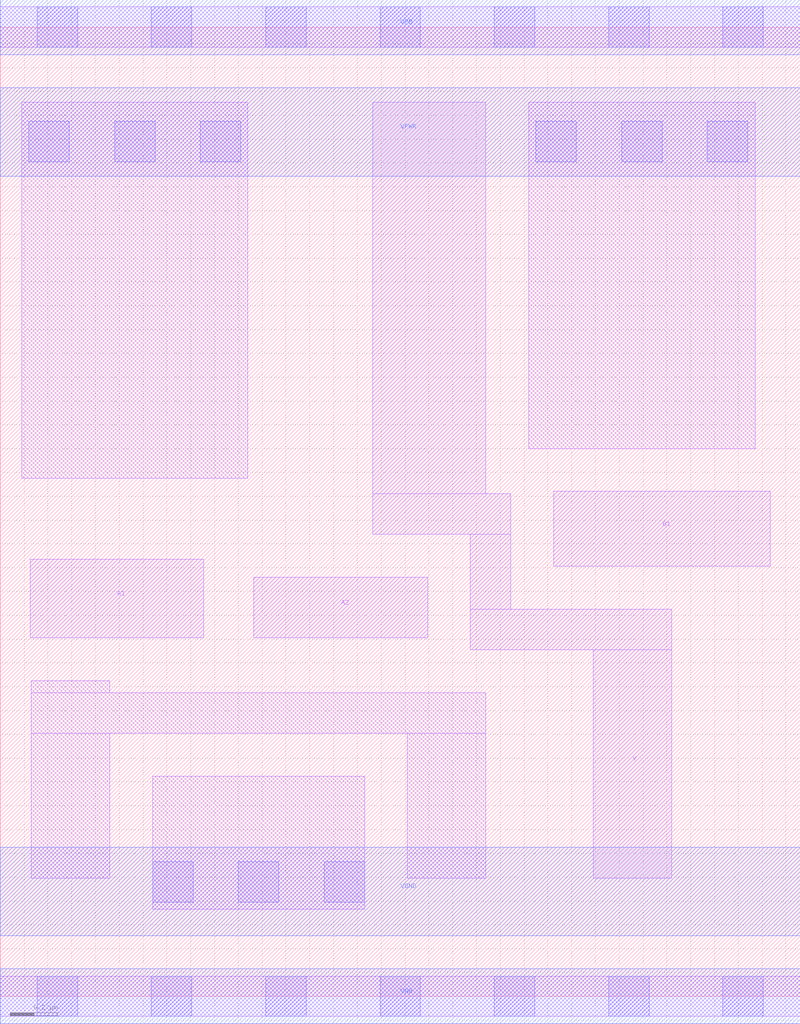
<source format=lef>
# Copyright 2020 The SkyWater PDK Authors
#
# Licensed under the Apache License, Version 2.0 (the "License");
# you may not use this file except in compliance with the License.
# You may obtain a copy of the License at
#
#     https://www.apache.org/licenses/LICENSE-2.0
#
# Unless required by applicable law or agreed to in writing, software
# distributed under the License is distributed on an "AS IS" BASIS,
# WITHOUT WARRANTIES OR CONDITIONS OF ANY KIND, either express or implied.
# See the License for the specific language governing permissions and
# limitations under the License.
#
# SPDX-License-Identifier: Apache-2.0

VERSION 5.5 ;
NAMESCASESENSITIVE ON ;
BUSBITCHARS "[]" ;
DIVIDERCHAR "/" ;
MACRO sky130_fd_sc_hvl__o21ai_1
  CLASS CORE ;
  SOURCE USER ;
  ORIGIN  0.000000  0.000000 ;
  SIZE  3.360000 BY  4.070000 ;
  SYMMETRY X Y ;
  SITE unithv ;
  PIN A1
    ANTENNAGATEAREA  1.125000 ;
    DIRECTION INPUT ;
    USE SIGNAL ;
    PORT
      LAYER li1 ;
        RECT 0.125000 1.505000 0.855000 1.835000 ;
    END
  END A1
  PIN A2
    ANTENNAGATEAREA  1.125000 ;
    DIRECTION INPUT ;
    USE SIGNAL ;
    PORT
      LAYER li1 ;
        RECT 1.065000 1.505000 1.795000 1.760000 ;
    END
  END A2
  PIN B1
    ANTENNAGATEAREA  1.125000 ;
    DIRECTION INPUT ;
    USE SIGNAL ;
    PORT
      LAYER li1 ;
        RECT 2.325000 1.805000 3.235000 2.120000 ;
    END
  END B1
  PIN Y
    ANTENNADIFFAREA  0.633750 ;
    DIRECTION OUTPUT ;
    USE SIGNAL ;
    PORT
      LAYER li1 ;
        RECT 1.565000 1.940000 2.145000 2.110000 ;
        RECT 1.565000 2.110000 2.040000 3.755000 ;
        RECT 1.975000 1.455000 2.820000 1.625000 ;
        RECT 1.975000 1.625000 2.145000 1.940000 ;
        RECT 2.490000 0.495000 2.820000 1.455000 ;
    END
  END Y
  PIN VGND
    DIRECTION INOUT ;
    USE GROUND ;
    PORT
      LAYER met1 ;
        RECT 0.000000 0.255000 3.360000 0.625000 ;
    END
  END VGND
  PIN VNB
    DIRECTION INOUT ;
    USE GROUND ;
    PORT
      LAYER met1 ;
        RECT 0.000000 -0.115000 3.360000 0.115000 ;
    END
  END VNB
  PIN VPB
    DIRECTION INOUT ;
    USE POWER ;
    PORT
      LAYER met1 ;
        RECT 0.000000 3.955000 3.360000 4.185000 ;
    END
  END VPB
  PIN VPWR
    DIRECTION INOUT ;
    USE POWER ;
    PORT
      LAYER met1 ;
        RECT 0.000000 3.445000 3.360000 3.815000 ;
    END
  END VPWR
  OBS
    LAYER li1 ;
      RECT 0.000000 -0.085000 3.360000 0.085000 ;
      RECT 0.000000  3.985000 3.360000 4.155000 ;
      RECT 0.090000  2.175000 1.040000 3.755000 ;
      RECT 0.130000  0.495000 0.460000 1.105000 ;
      RECT 0.130000  1.105000 2.040000 1.275000 ;
      RECT 0.130000  1.275000 0.460000 1.325000 ;
      RECT 0.640000  0.365000 1.530000 0.925000 ;
      RECT 1.710000  0.495000 2.040000 1.105000 ;
      RECT 2.220000  2.300000 3.170000 3.755000 ;
    LAYER mcon ;
      RECT 0.120000  3.505000 0.290000 3.675000 ;
      RECT 0.155000 -0.085000 0.325000 0.085000 ;
      RECT 0.155000 -0.085000 0.325000 0.085000 ;
      RECT 0.155000  3.985000 0.325000 4.155000 ;
      RECT 0.155000  3.985000 0.325000 4.155000 ;
      RECT 0.480000  3.505000 0.650000 3.675000 ;
      RECT 0.635000 -0.085000 0.805000 0.085000 ;
      RECT 0.635000 -0.085000 0.805000 0.085000 ;
      RECT 0.635000  3.985000 0.805000 4.155000 ;
      RECT 0.635000  3.985000 0.805000 4.155000 ;
      RECT 0.640000  0.395000 0.810000 0.565000 ;
      RECT 0.840000  3.505000 1.010000 3.675000 ;
      RECT 1.000000  0.395000 1.170000 0.565000 ;
      RECT 1.115000 -0.085000 1.285000 0.085000 ;
      RECT 1.115000 -0.085000 1.285000 0.085000 ;
      RECT 1.115000  3.985000 1.285000 4.155000 ;
      RECT 1.115000  3.985000 1.285000 4.155000 ;
      RECT 1.360000  0.395000 1.530000 0.565000 ;
      RECT 1.595000 -0.085000 1.765000 0.085000 ;
      RECT 1.595000 -0.085000 1.765000 0.085000 ;
      RECT 1.595000  3.985000 1.765000 4.155000 ;
      RECT 1.595000  3.985000 1.765000 4.155000 ;
      RECT 2.075000 -0.085000 2.245000 0.085000 ;
      RECT 2.075000 -0.085000 2.245000 0.085000 ;
      RECT 2.075000  3.985000 2.245000 4.155000 ;
      RECT 2.075000  3.985000 2.245000 4.155000 ;
      RECT 2.250000  3.505000 2.420000 3.675000 ;
      RECT 2.555000 -0.085000 2.725000 0.085000 ;
      RECT 2.555000 -0.085000 2.725000 0.085000 ;
      RECT 2.555000  3.985000 2.725000 4.155000 ;
      RECT 2.555000  3.985000 2.725000 4.155000 ;
      RECT 2.610000  3.505000 2.780000 3.675000 ;
      RECT 2.970000  3.505000 3.140000 3.675000 ;
      RECT 3.035000 -0.085000 3.205000 0.085000 ;
      RECT 3.035000 -0.085000 3.205000 0.085000 ;
      RECT 3.035000  3.985000 3.205000 4.155000 ;
      RECT 3.035000  3.985000 3.205000 4.155000 ;
  END
END sky130_fd_sc_hvl__o21ai_1
END LIBRARY

</source>
